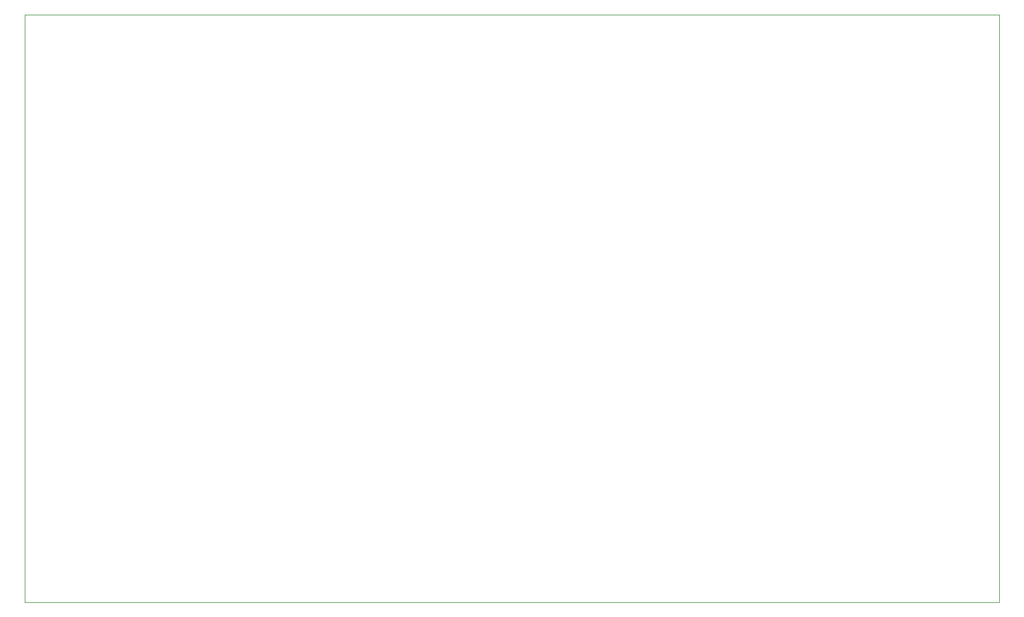
<source format=gbr>
%TF.GenerationSoftware,KiCad,Pcbnew,8.0.4*%
%TF.CreationDate,2025-02-17T12:27:47-05:00*%
%TF.ProjectId,VCO_MauriceO,56434f5f-4d61-4757-9269-63654f2e6b69,rev?*%
%TF.SameCoordinates,Original*%
%TF.FileFunction,Profile,NP*%
%FSLAX46Y46*%
G04 Gerber Fmt 4.6, Leading zero omitted, Abs format (unit mm)*
G04 Created by KiCad (PCBNEW 8.0.4) date 2025-02-17 12:27:47*
%MOMM*%
%LPD*%
G01*
G04 APERTURE LIST*
%TA.AperFunction,Profile*%
%ADD10C,0.050000*%
%TD*%
G04 APERTURE END LIST*
D10*
X80000000Y-30500000D02*
X220000000Y-30500000D01*
X220000000Y-115000000D01*
X80000000Y-115000000D01*
X80000000Y-30500000D01*
M02*

</source>
